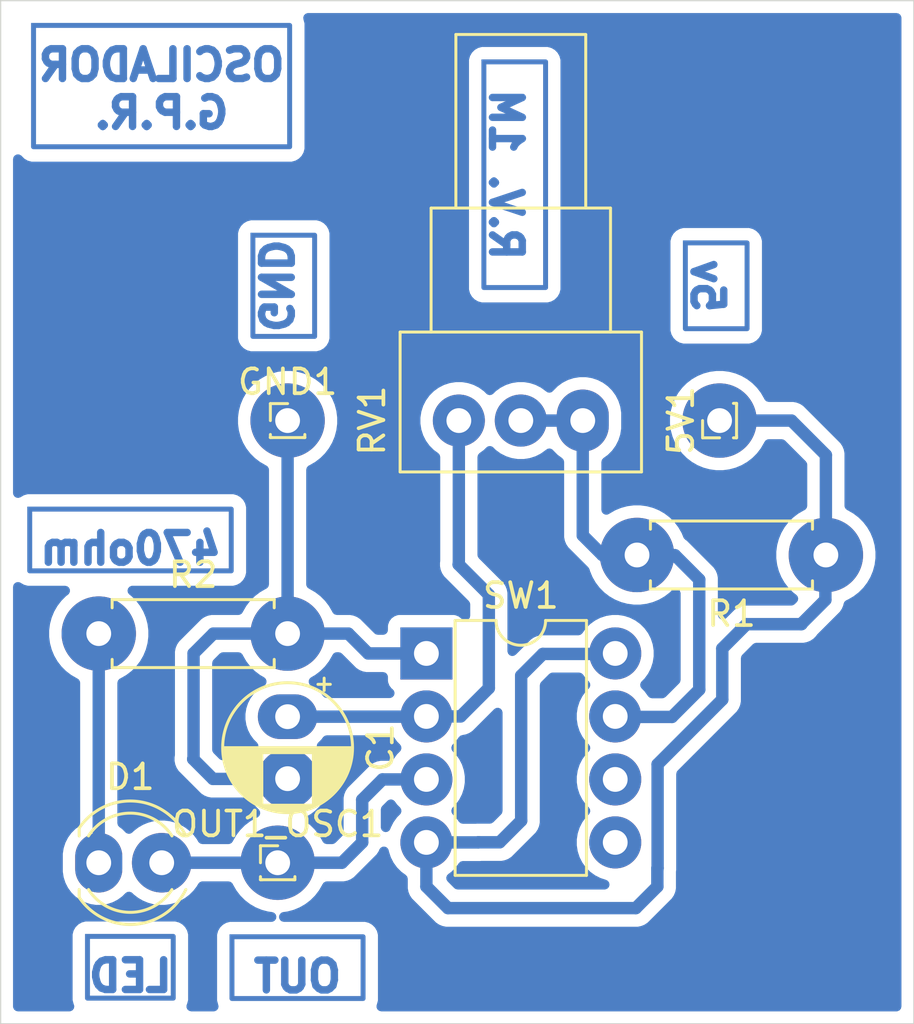
<source format=kicad_pcb>
(kicad_pcb (version 20241229) (generator "pcbnew") (generator_version "9.0")
  (layers (0 "F.Cu" signal) (2 "B.Cu" signal) (13 "F.Paste" user) (15 "B.Paste" user) (5 "F.SilkS" user "F.Silkscreen") (7 "B.SilkS" user "B.Silkscreen") (1 "F.Mask" user) (3 "B.Mask" user) (25 "Edge.Cuts" user))
  (net 0 "")
  (net 1 "Net-(5V1-Pin_1)")
  (net 2 "Net-(GND1-Pin_1)")
  (net 3 "Net-(D1-K)")
  (net 4 "Net-(D1-A)")
  (net 5 "Net-(C1-Pad1)")
  (net 6 "Net-(R1-Pad2)")
  (footprint "Resistor_THT:R_Axial_DIN0207_L6.3mm_D2.5mm_P7.62mm_Horizontal" (layer "F.Cu") (at 125.58 55.625 180)
    (property "Reference" "R1" (at 3.81 -2.37 180) (layer "F.SilkS"))
    (property "Value" "2.7k OHM")
    (fp_line (start 7.08 1.37) (end 7.08 1.04) (stroke (width 0.12)) (layer "F.SilkS"))
    (fp_line (start 7.08 -1.37) (end 7.08 -1.04) (stroke (width 0.12)) (layer "F.SilkS"))
    (fp_line (start 0.54 1.37) (end 7.08 1.37) (stroke (width 0.12)) (layer "F.SilkS"))
    (fp_line (start 0.54 1.04) (end 0.54 1.37) (stroke (width 0.12)) (layer "F.SilkS"))
    (fp_line (start 0.54 -1.04) (end 0.54 -1.37) (stroke (width 0.12)) (layer "F.SilkS"))
    (fp_line (start 0.54 -1.37) (end 7.08 -1.37) (stroke (width 0.12)) (layer "F.SilkS"))
    (pad "1" thru_hole circle (at 0 0 180) (size 3 3) (drill 1) (layers "*.Cu" "*.Mask") (net 1 "Net-(5V1-Pin_1)"))
    (pad "2" thru_hole circle (at 7.62 0 180) (size 3 3) (drill 1) (layers "*.Cu" "*.Mask") (net 6 "Net-(R1-Pad2)"))
  )
  (footprint "Potentiometer_THT:Potentiometer_Alps_RK09Y11_Single_Horizontal" (layer "F.Cu") (at 115.77 50.205 -90)
    (property "Reference" "RV1" (at 0 8.5 90) (layer "F.SilkS"))
    (property "Value" "1M OHM")
    (fp_line (start -3.57 7.37) (end -3.57 -2.37) (stroke (width 0.12)) (layer "F.SilkS"))
    (fp_line (start 2.071 7.37) (end -3.57 7.37) (stroke (width 0.12)) (layer "F.SilkS"))
    (fp_line (start 2.071 7.37) (end 2.071 -2.37) (stroke (width 0.12)) (layer "F.SilkS"))
    (fp_line (start -8.57 6.12) (end -8.57 -1.12) (stroke (width 0.12)) (layer "F.SilkS"))
    (fp_line (start -3.57 6.12) (end -8.57 6.12) (stroke (width 0.12)) (layer "F.SilkS"))
    (fp_line (start -15.57 5.12) (end -15.57 -0.12) (stroke (width 0.12)) (layer "F.SilkS"))
    (fp_line (start -8.57 5.12) (end -15.57 5.12) (stroke (width 0.12)) (layer "F.SilkS"))
    (fp_line (start -8.57 -0.12) (end -15.57 -0.12) (stroke (width 0.12)) (layer "F.SilkS"))
    (fp_line (start -3.57 -1.12) (end -8.57 -1.12) (stroke (width 0.12)) (layer "F.SilkS"))
    (fp_line (start 2.071 -2.37) (end -3.57 -2.37) (stroke (width 0.12)) (layer "F.SilkS"))
    (pad "1" thru_hole oval (at 0 0 90) (size 2.5 2.1) (drill 1) (layers "*.Cu" "*.Mask") (net 6 "Net-(R1-Pad2)"))
    (pad "2" thru_hole circle (at 0 2.5 90) (size 2.1 2.1) (drill 1) (layers "*.Cu" "*.Mask") (net 6 "Net-(R1-Pad2)"))
    (pad "3" thru_hole circle (at 0 5 90) (size 2.1 2.1) (drill 1) (layers "*.Cu" "*.Mask") (net 5 "Net-(C1-Pad1)"))
  )
  (footprint "Resistor_THT:R_Axial_DIN0207_L6.3mm_D2.5mm_P7.62mm_Horizontal" (layer "F.Cu") (at 96.24 58.795)
    (property "Reference" "R2" (at 3.81 -2.37 0) (layer "F.SilkS"))
    (property "Value" "470 OHM")
    (fp_line (start 0.54 -1.37) (end 7.08 -1.37) (stroke (width 0.12)) (layer "F.SilkS"))
    (fp_line (start 0.54 -1.04) (end 0.54 -1.37) (stroke (width 0.12)) (layer "F.SilkS"))
    (fp_line (start 0.54 1.04) (end 0.54 1.37) (stroke (width 0.12)) (layer "F.SilkS"))
    (fp_line (start 0.54 1.37) (end 7.08 1.37) (stroke (width 0.12)) (layer "F.SilkS"))
    (fp_line (start 7.08 -1.37) (end 7.08 -1.04) (stroke (width 0.12)) (layer "F.SilkS"))
    (fp_line (start 7.08 1.37) (end 7.08 1.04) (stroke (width 0.12)) (layer "F.SilkS"))
    (pad "1" thru_hole circle (at 0 0) (size 3 3) (drill 1) (layers "*.Cu" "*.Mask") (net 3 "Net-(D1-K)"))
    (pad "2" thru_hole circle (at 7.62 0) (size 3 3) (drill 1) (layers "*.Cu" "*.Mask") (net 2 "Net-(GND1-Pin_1)"))
  )
  (footprint "LED_THT:LED_D4.0mm" (layer "F.Cu") (at 96.24 68.035)
    (property "Reference" "D1" (at 1.27 -3.46 0) (layer "F.SilkS"))
    (property "Value" "LED")
    (fp_line (start -0.79 -1.399) (end -0.79 -1.08) (stroke (width 0.12)) (layer "F.SilkS"))
    (fp_line (start -0.79 1.08) (end -0.79 1.399) (stroke (width 0.12)) (layer "F.SilkS"))
    (fp_arc (start -0.79 -1.398749) (mid 1.453519 -2.483228) (end 3.513242 -1.080724) (stroke (width 0.12)) (layer "F.SilkS"))
    (fp_arc (start -0.41333 -1.08) (mid 1.269429 -2) (end 2.952713 -1.080961) (stroke (width 0.12)) (layer "F.SilkS"))
    (fp_arc (start 2.952713 1.080961) (mid 1.269429 2) (end -0.41333 1.08) (stroke (width 0.12)) (layer "F.SilkS"))
    (fp_arc (start 3.513242 1.080724) (mid 1.453519 2.483228) (end -0.79 1.398749) (stroke (width 0.12)) (layer "F.SilkS"))
    (pad "1" thru_hole oval (at 0 0) (size 1.9 2.4) (drill 1) (layers "*.Cu" "*.Mask") (net 3 "Net-(D1-K)"))
    (pad "2" thru_hole circle (at 2.54 0) (size 2.4 2.4) (drill 1) (layers "*.Cu" "*.Mask") (net 4 "Net-(D1-A)"))
  )
  (footprint "Capacitor_THT:CP_Radial_D5.0mm_P2.50mm" (layer "F.Cu") (at 103.86 62.145 -90)
    (property "Reference" "C1" (at 1.25 -3.75 90) (layer "F.SilkS"))
    (property "Value" "0.47uF")
    (fp_line (start 1.49 1.04) (end 1.49 2.569) (stroke (width 0.12)) (layer "F.SilkS"))
    (fp_line (start 1.53 1.04) (end 1.53 2.565) (stroke (width 0.12)) (layer "F.SilkS"))
    (fp_line (start 1.57 1.04) (end 1.57 2.561) (stroke (width 0.12)) (layer "F.SilkS"))
    (fp_line (start 1.61 1.04) (end 1.61 2.556) (stroke (width 0.12)) (layer "F.SilkS"))
    (fp_line (start 1.65 1.04) (end 1.65 2.55) (stroke (width 0.12)) (layer "F.SilkS"))
    (fp_line (start 1.69 1.04) (end 1.69 2.543) (stroke (width 0.12)) (layer "F.SilkS"))
    (fp_line (start 1.73 1.04) (end 1.73 2.536) (stroke (width 0.12)) (layer "F.SilkS"))
    (fp_line (start 1.77 1.04) (end 1.77 2.528) (stroke (width 0.12)) (layer "F.SilkS"))
    (fp_line (start 1.81 1.04) (end 1.81 2.52) (stroke (width 0.12)) (layer "F.SilkS"))
    (fp_line (start 1.85 1.04) (end 1.85 2.511) (stroke (width 0.12)) (layer "F.SilkS"))
    (fp_line (start 1.89 1.04) (end 1.89 2.501) (stroke (width 0.12)) (layer "F.SilkS"))
    (fp_line (start 1.93 1.04) (end 1.93 2.491) (stroke (width 0.12)) (layer "F.SilkS"))
    (fp_line (start 1.971 1.04) (end 1.971 2.48) (stroke (width 0.12)) (layer "F.SilkS"))
    (fp_line (start 2.011 1.04) (end 2.011 2.468) (stroke (width 0.12)) (layer "F.SilkS"))
    (fp_line (start 2.051 1.04) (end 2.051 2.455) (stroke (width 0.12)) (layer "F.SilkS"))
    (fp_line (start 2.091 1.04) (end 2.091 2.442) (stroke (width 0.12)) (layer "F.SilkS"))
    (fp_line (start 2.131 1.04) (end 2.131 2.428) (stroke (width 0.12)) (layer "F.SilkS"))
    (fp_line (start 2.171 1.04) (end 2.171 2.414) (stroke (width 0.12)) (layer "F.SilkS"))
    (fp_line (start 2.211 1.04) (end 2.211 2.398) (stroke (width 0.12)) (layer "F.SilkS"))
    (fp_line (start 2.251 1.04) (end 2.251 2.382) (stroke (width 0.12)) (layer "F.SilkS"))
    (fp_line (start 2.291 1.04) (end 2.291 2.365) (stroke (width 0.12)) (layer "F.SilkS"))
    (fp_line (start 2.331 1.04) (end 2.331 2.348) (stroke (width 0.12)) (layer "F.SilkS"))
    (fp_line (start 2.371 1.04) (end 2.371 2.329) (stroke (width 0.12)) (layer "F.SilkS"))
    (fp_line (start 2.411 1.04) (end 2.411 2.31) (stroke (width 0.12)) (layer "F.SilkS"))
    (fp_line (start 2.451 1.04) (end 2.451 2.29) (stroke (width 0.12)) (layer "F.SilkS"))
    (fp_line (start 2.491 1.04) (end 2.491 2.268) (stroke (width 0.12)) (layer "F.SilkS"))
    (fp_line (start 2.531 1.04) (end 2.531 2.247) (stroke (width 0.12)) (layer "F.SilkS"))
    (fp_line (start 2.571 1.04) (end 2.571 2.224) (stroke (width 0.12)) (layer "F.SilkS"))
    (fp_line (start 2.611 1.04) (end 2.611 2.2) (stroke (width 0.12)) (layer "F.SilkS"))
    (fp_line (start 2.651 1.04) (end 2.651 2.175) (stroke (width 0.12)) (layer "F.SilkS"))
    (fp_line (start 2.691 1.04) (end 2.691 2.149) (stroke (width 0.12)) (layer "F.SilkS"))
    (fp_line (start 2.731 1.04) (end 2.731 2.122) (stroke (width 0.12)) (layer "F.SilkS"))
    (fp_line (start 2.771 1.04) (end 2.771 2.095) (stroke (width 0.12)) (layer "F.SilkS"))
    (fp_line (start 2.811 1.04) (end 2.811 2.065) (stroke (width 0.12)) (layer "F.SilkS"))
    (fp_line (start 2.851 1.04) (end 2.851 2.035) (stroke (width 0.12)) (layer "F.SilkS"))
    (fp_line (start 2.891 1.04) (end 2.891 2.004) (stroke (width 0.12)) (layer "F.SilkS"))
    (fp_line (start 2.931 1.04) (end 2.931 1.971) (stroke (width 0.12)) (layer "F.SilkS"))
    (fp_line (start 2.971 1.04) (end 2.971 1.937) (stroke (width 0.12)) (layer "F.SilkS"))
    (fp_line (start 3.011 1.04) (end 3.011 1.901) (stroke (width 0.12)) (layer "F.SilkS"))
    (fp_line (start 3.051 1.04) (end 3.051 1.864) (stroke (width 0.12)) (layer "F.SilkS"))
    (fp_line (start 3.091 1.04) (end 3.091 1.826) (stroke (width 0.12)) (layer "F.SilkS"))
    (fp_line (start 3.131 1.04) (end 3.131 1.785) (stroke (width 0.12)) (layer "F.SilkS"))
    (fp_line (start 3.171 1.04) (end 3.171 1.743) (stroke (width 0.12)) (layer "F.SilkS"))
    (fp_line (start 3.211 1.04) (end 3.211 1.699) (stroke (width 0.12)) (layer "F.SilkS"))
    (fp_line (start 3.251 1.04) (end 3.251 1.653) (stroke (width 0.12)) (layer "F.SilkS"))
    (fp_line (start 3.291 1.04) (end 3.291 1.605) (stroke (width 0.12)) (layer "F.SilkS"))
    (fp_line (start 3.331 1.04) (end 3.331 1.554) (stroke (width 0.12)) (layer "F.SilkS"))
    (fp_line (start 3.371 1.04) (end 3.371 1.5) (stroke (width 0.12)) (layer "F.SilkS"))
    (fp_line (start 3.411 1.04) (end 3.411 1.443) (stroke (width 0.12)) (layer "F.SilkS"))
    (fp_line (start 3.451 1.04) (end 3.451 1.383) (stroke (width 0.12)) (layer "F.SilkS"))
    (fp_line (start 3.491 1.04) (end 3.491 1.319) (stroke (width 0.12)) (layer "F.SilkS"))
    (fp_line (start 3.531 1.04) (end 3.531 1.251) (stroke (width 0.12)) (layer "F.SilkS"))
    (fp_line (start 3.851 -0.284) (end 3.851 0.284) (stroke (width 0.12)) (layer "F.SilkS"))
    (fp_line (start 3.811 -0.518) (end 3.811 0.518) (stroke (width 0.12)) (layer "F.SilkS"))
    (fp_line (start 3.771 -0.677) (end 3.771 0.677) (stroke (width 0.12)) (layer "F.SilkS"))
    (fp_line (start 3.731 -0.805) (end 3.731 0.805) (stroke (width 0.12)) (layer "F.SilkS"))
    (fp_line (start 3.691 -0.915) (end 3.691 0.915) (stroke (width 0.12)) (layer "F.SilkS"))
    (fp_line (start 3.651 -1.011) (end 3.651 1.011) (stroke (width 0.12)) (layer "F.SilkS"))
    (fp_line (start 3.611 -1.098) (end 3.611 1.098) (stroke (width 0.12)) (layer "F.SilkS"))
    (fp_line (start 3.571 -1.178) (end 3.571 1.178) (stroke (width 0.12)) (layer "F.SilkS"))
    (fp_line (start 3.531 -1.251) (end 3.531 -1.04) (stroke (width 0.12)) (layer "F.SilkS"))
    (fp_line (start 3.491 -1.319) (end 3.491 -1.04) (stroke (width 0.12)) (layer "F.SilkS"))
    (fp_line (start 3.451 -1.383) (end 3.451 -1.04) (stroke (width 0.12)) (layer "F.SilkS"))
    (fp_line (start 3.411 -1.443) (end 3.411 -1.04) (stroke (width 0.12)) (layer "F.SilkS"))
    (fp_line (start -1.554775 -1.475) (end -1.054775 -1.475) (stroke (width 0.12)) (layer "F.SilkS"))
    (fp_line (start 3.371 -1.5) (end 3.371 -1.04) (stroke (width 0.12)) (layer "F.SilkS"))
    (fp_line (start 3.331 -1.554) (end 3.331 -1.04) (stroke (width 0.12)) (layer "F.SilkS"))
    (fp_line (start 3.291 -1.605) (end 3.291 -1.04) (stroke (width 0.12)) (layer "F.SilkS"))
    (fp_line (start 3.251 -1.653) (end 3.251 -1.04) (stroke (width 0.12)) (layer "F.SilkS"))
    (fp_line (start 3.211 -1.699) (end 3.211 -1.04) (stroke (width 0.12)) (layer "F.SilkS"))
    (fp_line (start -1.304775 -1.725) (end -1.304775 -1.225) (stroke (width 0.12)) (layer "F.SilkS"))
    (fp_line (start 3.171 -1.743) (end 3.171 -1.04) (stroke (width 0.12)) (layer "F.SilkS"))
    (fp_line (start 3.131 -1.785) (end 3.131 -1.04) (stroke (width 0.12)) (layer "F.SilkS"))
    (fp_line (start 3.091 -1.826) (end 3.091 -1.04) (stroke (width 0.12)) (layer "F.SilkS"))
    (fp_line (start 3.051 -1.864) (end 3.051 -1.04) (stroke (width 0.12)) (layer "F.SilkS"))
    (fp_line (start 3.011 -1.901) (end 3.011 -1.04) (stroke (width 0.12)) (layer "F.SilkS"))
    (fp_line (start 2.971 -1.937) (end 2.971 -1.04) (stroke (width 0.12)) (layer "F.SilkS"))
    (fp_line (start 2.931 -1.971) (end 2.931 -1.04) (stroke (width 0.12)) (layer "F.SilkS"))
    (fp_line (start 2.891 -2.004) (end 2.891 -1.04) (stroke (width 0.12)) (layer "F.SilkS"))
    (fp_line (start 2.851 -2.035) (end 2.851 -1.04) (stroke (width 0.12)) (layer "F.SilkS"))
    (fp_line (start 2.811 -2.065) (end 2.811 -1.04) (stroke (width 0.12)) (layer "F.SilkS"))
    (fp_line (start 2.771 -2.095) (end 2.771 -1.04) (stroke (width 0.12)) (layer "F.SilkS"))
    (fp_line (start 2.731 -2.122) (end 2.731 -1.04) (stroke (width 0.12)) (layer "F.SilkS"))
    (fp_line (start 2.691 -2.149) (end 2.691 -1.04) (stroke (width 0.12)) (layer "F.SilkS"))
    (fp_line (start 2.651 -2.175) (end 2.651 -1.04) (stroke (width 0.12)) (layer "F.SilkS"))
    (fp_line (start 2.611 -2.2) (end 2.611 -1.04) (stroke (width 0.12)) (layer "F.SilkS"))
    (fp_line (start 2.571 -2.224) (end 2.571 -1.04) (stroke (width 0.12)) (layer "F.SilkS"))
    (fp_line (start 2.531 -2.247) (end 2.531 -1.04) (stroke (width 0.12)) (layer "F.SilkS"))
    (fp_line (start 2.491 -2.268) (end 2.491 -1.04) (stroke (width 0.12)) (layer "F.SilkS"))
    (fp_line (start 2.451 -2.29) (end 2.451 -1.04) (stroke (width 0.12)) (layer "F.SilkS"))
    (fp_line (start 2.411 -2.31) (end 2.411 -1.04) (stroke (width 0.12)) (layer "F.SilkS"))
    (fp_line (start 2.371 -2.329) (end 2.371 -1.04) (stroke (width 0.12)) (layer "F.SilkS"))
    (fp_line (start 2.331 -2.348) (end 2.331 -1.04) (stroke (width 0.12)) (layer "F.SilkS"))
    (fp_line (start 2.291 -2.365) (end 2.291 -1.04) (stroke (width 0.12)) (layer "F.SilkS"))
    (fp_line (start 2.251 -2.382) (end 2.251 -1.04) (stroke (width 0.12)) (layer "F.SilkS"))
    (fp_line (start 2.211 -2.398) (end 2.211 -1.04) (stroke (width 0.12)) (layer "F.SilkS"))
    (fp_line (start 2.171 -2.414) (end 2.171 -1.04) (stroke (width 0.12)) (layer "F.SilkS"))
    (fp_line (start 2.131 -2.428) (end 2.131 -1.04) (stroke (width 0.12)) (layer "F.SilkS"))
    (fp_line (start 2.091 -2.442) (end 2.091 -1.04) (stroke (width 0.12)) (layer "F.SilkS"))
    (fp_line (start 2.051 -2.455) (end 2.051 -1.04) (stroke (width 0.12)) (layer "F.SilkS"))
    (fp_line (start 2.011 -2.468) (end 2.011 -1.04) (stroke (width 0.12)) (layer "F.SilkS"))
    (fp_line (start 1.971 -2.48) (end 1.971 -1.04) (stroke (width 0.12)) (layer "F.SilkS"))
    (fp_line (start 1.93 -2.491) (end 1.93 -1.04) (stroke (width 0.12)) (layer "F.SilkS"))
    (fp_line (start 1.89 -2.501) (end 1.89 -1.04) (stroke (width 0.12)) (layer "F.SilkS"))
    (fp_line (start 1.85 -2.511) (end 1.85 -1.04) (stroke (width 0.12)) (layer "F.SilkS"))
    (fp_line (start 1.81 -2.52) (end 1.81 -1.04) (stroke (width 0.12)) (layer "F.SilkS"))
    (fp_line (start 1.77 -2.528) (end 1.77 -1.04) (stroke (width 0.12)) (layer "F.SilkS"))
    (fp_line (start 1.73 -2.536) (end 1.73 -1.04) (stroke (width 0.12)) (layer "F.SilkS"))
    (fp_line (start 1.69 -2.543) (end 1.69 -1.04) (stroke (width 0.12)) (layer "F.SilkS"))
    (fp_line (start 1.65 -2.55) (end 1.65 -1.04) (stroke (width 0.12)) (layer "F.SilkS"))
    (fp_line (start 1.61 -2.556) (end 1.61 -1.04) (stroke (width 0.12)) (layer "F.SilkS"))
    (fp_line (start 1.57 -2.561) (end 1.57 -1.04) (stroke (width 0.12)) (layer "F.SilkS"))
    (fp_line (start 1.53 -2.565) (end 1.53 -1.04) (stroke (width 0.12)) (layer "F.SilkS"))
    (fp_line (start 1.49 -2.569) (end 1.49 -1.04) (stroke (width 0.12)) (layer "F.SilkS"))
    (fp_line (start 1.45 -2.573) (end 1.45 2.573) (stroke (width 0.12)) (layer "F.SilkS"))
    (fp_line (start 1.41 -2.576) (end 1.41 2.576) (stroke (width 0.12)) (layer "F.SilkS"))
    (fp_line (start 1.37 -2.578) (end 1.37 2.578) (stroke (width 0.12)) (layer "F.SilkS"))
    (fp_line (start 1.33 -2.579) (end 1.33 2.579) (stroke (width 0.12)) (layer "F.SilkS"))
    (fp_line (start 1.25 -2.58) (end 1.25 2.58) (stroke (width 0.12)) (layer "F.SilkS"))
    (fp_line (start 1.29 -2.58) (end 1.29 2.58) (stroke (width 0.12)) (layer "F.SilkS"))
    (fp_circle (center 1.25 0) (end 3.87 0) (stroke (width 0.12)) (fill no) (layer "F.SilkS"))
    (pad "1" thru_hole oval (at 0 0 270) (size 1.8 2.4) (drill 1) (layers "*.Cu" "*.Mask") (net 5 "Net-(C1-Pad1)"))
    (pad "2" thru_hole circle (at 2.5 0 270) (size 2.4 2.4) (drill 1) (layers "*.Cu" "*.Mask") (net 2 "Net-(GND1-Pin_1)"))
  )
  (footprint "Connector_PinHeader_1.00mm:PinHeader_1x01_P1.00mm_Vertical" (layer "F.Cu") (at 121.29 50.205 90)
    (property "Reference" "5V1" (at 0 -1.56 270) (layer "F.SilkS"))
    (property "Value" "~")
    (fp_line (start -0.695 -0.685) (end 0 -0.685) (stroke (width 0.12)) (layer "F.SilkS"))
    (fp_line (start -0.695 0) (end -0.695 -0.685) (stroke (width 0.12)) (layer "F.SilkS"))
    (fp_line (start 0.695 0.685) (end 0.695 0.56) (stroke (width 0.12)) (layer "F.SilkS"))
    (fp_line (start 0.608276 0.685) (end 0.695 0.685) (stroke (width 0.12)) (layer "F.SilkS"))
    (fp_line (start -0.695 0.685) (end -0.695 0.56) (stroke (width 0.12)) (layer "F.SilkS"))
    (fp_line (start -0.695 0.685) (end 0.695 0.685) (stroke (width 0.12)) (layer "F.SilkS"))
    (fp_line (start -0.695 0.685) (end -0.608276 0.685) (stroke (width 0.12)) (layer "F.SilkS"))
    (pad "1" thru_hole circle (at 0 0 90) (size 3 3) (drill 1) (layers "*.Cu" "*.Mask") (net 1 "Net-(5V1-Pin_1)"))
  )
  (footprint "Package_DIP:DIP-8_W7.62mm" (layer "F.Cu") (at 109.46 59.595)
    (property "Reference" "SW1" (at 3.81 -2.33 0) (layer "F.SilkS"))
    (property "Value" "SW_DIP_x04")
    (fp_line (start 1.16 -1.33) (end 1.16 8.95) (stroke (width 0.12)) (layer "F.SilkS"))
    (fp_line (start 1.16 8.95) (end 6.46 8.95) (stroke (width 0.12)) (layer "F.SilkS"))
    (fp_line (start 2.81 -1.33) (end 1.16 -1.33) (stroke (width 0.12)) (layer "F.SilkS"))
    (fp_line (start 6.46 -1.33) (end 4.81 -1.33) (stroke (width 0.12)) (layer "F.SilkS"))
    (fp_line (start 6.46 8.95) (end 6.46 -1.33) (stroke (width 0.12)) (layer "F.SilkS"))
    (fp_arc (start 4.81 -1.33) (mid 3.81 -0.33) (end 2.81 -1.33) (stroke (width 0.12)) (layer "F.SilkS"))
    (pad "1" thru_hole rect (at 0 0) (size 2.1 2.1) (drill 1) (layers "*.Cu" "*.Mask") (net 2 "Net-(GND1-Pin_1)"))
    (pad "2" thru_hole circle (at 0 2.54) (size 2.1 2.1) (drill 1) (layers "*.Cu" "*.Mask") (net 5 "Net-(C1-Pad1)"))
    (pad "3" thru_hole circle (at 0 5.08) (size 2.1 2.1) (drill 1) (layers "*.Cu" "*.Mask") (net 4 "Net-(D1-A)"))
    (pad "4" thru_hole circle (at 0 7.62) (size 2.1 2.1) (drill 1) (layers "*.Cu" "*.Mask") (net 1 "Net-(5V1-Pin_1)"))
    (pad "5" thru_hole circle (at 7.62 7.62) (size 2.1 2.1) (drill 1) (layers "*.Cu" "*.Mask"))
    (pad "6" thru_hole circle (at 7.62 5.08) (size 2.1 2.1) (drill 1) (layers "*.Cu" "*.Mask"))
    (pad "7" thru_hole circle (at 7.62 2.54) (size 2.1 2.1) (drill 1) (layers "*.Cu" "*.Mask") (net 6 "Net-(R1-Pad2)"))
    (pad "8" thru_hole circle (at 7.62 0) (size 2.1 2.1) (drill 1) (layers "*.Cu" "*.Mask") (net 1 "Net-(5V1-Pin_1)"))
  )
  (footprint "Connector_PinHeader_1.00mm:PinHeader_1x01_P1.00mm_Vertical" (layer "F.Cu") (at 103.86 50.205)
    (property "Reference" "GND1" (at 0 -1.56 0) (layer "F.SilkS"))
    (property "Value" "~")
    (fp_line (start -0.695 -0.685) (end 0 -0.685) (stroke (width 0.12)) (layer "F.SilkS"))
    (fp_line (start -0.695 0) (end -0.695 -0.685) (stroke (width 0.12)) (layer "F.SilkS"))
    (fp_line (start -0.695 0.685) (end -0.695 0.56) (stroke (width 0.12)) (layer "F.SilkS"))
    (fp_line (start -0.695 0.685) (end -0.608276 0.685) (stroke (width 0.12)) (layer "F.SilkS"))
    (fp_line (start -0.695 0.685) (end 0.695 0.685) (stroke (width 0.12)) (layer "F.SilkS"))
    (fp_line (start 0.608276 0.685) (end 0.695 0.685) (stroke (width 0.12)) (layer "F.SilkS"))
    (fp_line (start 0.695 0.685) (end 0.695 0.56) (stroke (width 0.12)) (layer "F.SilkS"))
    (pad "1" thru_hole circle (at 0 0) (size 3 3) (drill 1) (layers "*.Cu" "*.Mask") (net 2 "Net-(GND1-Pin_1)"))
  )
  (footprint "Connector_PinHeader_1.00mm:PinHeader_1x01_P1.00mm_Vertical" (layer "F.Cu") (at 103.46 68.035)
    (property "Reference" "OUT1_OSC1" (at 0 -1.56 0) (layer "F.SilkS"))
    (property "Value" "~")
    (fp_line (start -0.695 -0.685) (end 0 -0.685) (stroke (width 0.12)) (layer "F.SilkS"))
    (fp_line (start -0.695 0) (end -0.695 -0.685) (stroke (width 0.12)) (layer "F.SilkS"))
    (fp_line (start -0.695 0.685) (end -0.695 0.56) (stroke (width 0.12)) (layer "F.SilkS"))
    (fp_line (start -0.695 0.685) (end -0.608276 0.685) (stroke (width 0.12)) (layer "F.SilkS"))
    (fp_line (start -0.695 0.685) (end 0.695 0.685) (stroke (width 0.12)) (layer "F.SilkS"))
    (fp_line (start 0.608276 0.685) (end 0.695 0.685) (stroke (width 0.12)) (layer "F.SilkS"))
    (fp_line (start 0.695 0.685) (end 0.695 0.56) (stroke (width 0.12)) (layer "F.SilkS"))
    (pad "1" thru_hole circle (at 0 0) (size 3 3) (drill 1) (layers "*.Cu" "*.Mask") (net 4 "Net-(D1-A)"))
  )
  (gr_line (start 129.13 74.53) (end 92.28 74.53) (stroke (width 0.05)) (layer "Edge.Cuts"))
  (gr_line (start 129.13 33.27) (end 129.13 74.53) (stroke (width 0.05)) (layer "Edge.Cuts"))
  (gr_line (start 92.28 74.53) (end 92.28 33.27) (stroke (width 0.05)) (layer "Edge.Cuts"))
  (gr_line (start 92.28 33.27) (end 129.13 33.27) (stroke (width 0.05)) (layer "Edge.Cuts"))
  (gr_text_box "470ohm" (start 93.455 53.775) (end 101.585 56.265) (margins 1 1 1 1) (layer "B.Cu") (effects (font (size 1.2 1.2) (thickness 0.3) (bold yes)) (justify top mirror)) (border yes) (stroke (width 0.2)))
  (gr_text_box "OUT" (start 101.615 71.02) (end 106.905 73.51) (margins 1 1 1 1) (layer "B.Cu") (effects (font (size 1.2 1.2) (thickness 0.3) (bold yes)) (justify top mirror)) (border yes) (stroke (width 0.2)))
  (gr_text_box "5v" (start 119.91 43.04) (end 122.4 46.5) (margins 1 1 1 1) (angle 270) (layer "B.Cu") (effects (font (size 1.2 1.2) (thickness 0.3) (bold yes)) (justify top mirror)) (border yes) (stroke (width 0.2)))
  (gr_text_box "OSCILADOR\nG.P.R." (start 93.608168 34.27) (end 103.941831 39.163663) (margins 1 1 1 1) (layer "B.Cu") (effects (font (size 1.2 1.2) (thickness 0.3) (bold yes)) (justify top mirror)) (border yes) (stroke (width 0.2)))
  (gr_text_box "LED" (start 95.785 71.005) (end 99.245 73.495) (margins 1 1 1 1) (layer "B.Cu") (effects (font (size 1.2 1.2) (thickness 0.3) (bold yes)) (justify top mirror)) (border yes) (stroke (width 0.2)))
  (gr_text_box "GND" (start 102.46 42.73) (end 104.95 46.81) (margins 1 1 1 1) (angle 270) (layer "B.Cu") (effects (font (size 1.2 1.2) (thickness 0.3) (bold yes)) (justify top mirror)) (border yes) (stroke (width 0.2)))
  (gr_text_box "R.V. 1M" (start 111.78 35.74) (end 114.27 44.84) (margins 1 1 1 1) (angle 270) (layer "B.Cu") (effects (font (size 1.2 1.2) (thickness 0.3) (bold yes)) (justify top mirror)) (border yes) (stroke (width 0.2)))
  (segment (start 113.285 66.34) (end 113.285 60.49) (width 0.5) (layer "B.Cu") (net 1))
  (segment (start 124.58 58.415) (end 125.56 57.435) (width 0.5) (layer "B.Cu") (net 1))
  (segment (start 114.16 59.615) (end 116.95 59.615) (width 0.5) (layer "B.Cu") (net 1))
  (segment (start 125.56 57.435) (end 125.56 55.215) (width 0.5) (layer "B.Cu") (net 1))
  (segment (start 121.4 59.395) (end 122.38 58.415) (width 0.5) (layer "B.Cu") (net 1))
  (segment (start 109.46 68.995) (end 110.33 69.865) (width 0.5) (layer "B.Cu") (net 1))
  (segment (start 111.56 67.215) (end 111.565 67.21) (width 0.5) (layer "B.Cu") (net 1))
  (segment (start 118.79 64.065) (end 121.4 61.455) (width 0.5) (layer "B.Cu") (net 1))
  (segment (start 112.415 67.21) (end 113.285 66.34) (width 0.5) (layer "B.Cu") (net 1))
  (segment (start 117.91 69.865) (end 110.33 69.865) (width 0.5) (layer "B.Cu") (net 1))
  (segment (start 109.46 67.215) (end 111.56 67.215) (width 0.5) (layer "B.Cu") (net 1))
  (segment (start 121.29 50.205) (end 124.19 50.205) (width 0.5) (layer "B.Cu") (net 1))
  (segment (start 122.38 58.415) (end 124.6 58.415) (width 0.5) (layer "B.Cu") (net 1))
  (segment (start 118.79 68.255) (end 118.79 64.065) (width 0.5) (layer "B.Cu") (net 1))
  (segment (start 118.78 68.265) (end 118.79 68.255) (width 0.5) (layer "B.Cu") (net 1))
  (segment (start 124.19 50.205) (end 125.58 51.595) (width 0.5) (layer "B.Cu") (net 1))
  (segment (start 111.565 67.21) (end 112.415 67.21) (width 0.5) (layer "B.Cu") (net 1))
  (segment (start 109.46 67.215) (end 109.46 68.995) (width 0.5) (layer "B.Cu") (net 1))
  (segment (start 113.285 60.49) (end 114.16 59.615) (width 0.5) (layer "B.Cu") (net 1))
  (segment (start 125.58 51.595) (end 125.58 55.625) (width 0.5) (layer "B.Cu") (net 1))
  (segment (start 118.78 68.995) (end 118.78 68.265) (width 0.5) (layer "B.Cu") (net 1))
  (segment (start 117.91 69.865) (end 118.78 68.995) (width 0.5) (layer "B.Cu") (net 1))
  (segment (start 121.4 61.455) (end 121.4 59.395) (width 0.5) (layer "B.Cu") (net 1))
  (segment (start 117.11 59.625) (end 117.08 59.595) (width 0.5) (layer "B.Cu") (net 1))
  (segment (start 109.46 59.595) (end 107.11 59.595) (width 0.5) (layer "B.Cu") (net 2))
  (segment (start 100.065 63.84) (end 100.065 59.595) (width 0.5) (layer "B.Cu") (net 2))
  (segment (start 107.11 59.595) (end 106.31 58.795) (width 0.5) (layer "B.Cu") (net 2))
  (segment (start 106.31 58.795) (end 103.86 58.795) (width 0.5) (layer "B.Cu") (net 2))
  (segment (start 103.86 50.205) (end 103.86 58.795) (width 0.5) (layer "B.Cu") (net 2))
  (segment (start 100.865 58.795) (end 103.835 58.795) (width 0.5) (layer "B.Cu") (net 2))
  (segment (start 100.05 63.855) (end 100.065 63.84) (width 0.5) (layer "B.Cu") (net 2))
  (segment (start 100.065 59.595) (end 100.865 58.795) (width 0.5) (layer "B.Cu") (net 2))
  (segment (start 100.85 64.655) (end 103.82 64.655) (width 0.5) (layer "B.Cu") (net 2))
  (segment (start 100.05 63.855) (end 100.85 64.655) (width 0.5) (layer "B.Cu") (net 2))
  (segment (start 96.24 58.795) (end 96.24 68.035) (width 0.5) (layer "B.Cu") (net 3))
  (segment (start 103.46 68.035) (end 106.05 68.035) (width 0.5) (layer "B.Cu") (net 4))
  (segment (start 107.69 64.675) (end 109.46 64.675) (width 0.5) (layer "B.Cu") (net 4))
  (segment (start 98.78 68.035) (end 103.46 68.035) (width 0.5) (layer "B.Cu") (net 4))
  (segment (start 106.05 68.035) (end 106.87 67.215) (width 0.5) (layer "B.Cu") (net 4))
  (segment (start 106.87 67.215) (end 106.87 65.495) (width 0.5) (layer "B.Cu") (net 4))
  (segment (start 106.87 65.495) (end 107.69 64.675) (width 0.5) (layer "B.Cu") (net 4))
  (segment (start 110.77 55.995) (end 110.76 56.005) (width 0.5) (layer "B.Cu") (net 5))
  (segment (start 109.45 62.145) (end 109.46 62.135) (width 0.5) (layer "B.Cu") (net 5))
  (segment (start 111.98 60.995) (end 110.84 62.135) (width 0.5) (layer "B.Cu") (net 5))
  (segment (start 103.86 62.145) (end 109.45 62.145) (width 0.5) (layer "B.Cu") (net 5))
  (segment (start 110.76 56.005) (end 111.98 57.225) (width 0.5) (layer "B.Cu") (net 5))
  (segment (start 110.84 62.135) (end 109.46 62.135) (width 0.5) (layer "B.Cu") (net 5))
  (segment (start 111.98 57.225) (end 111.98 60.995) (width 0.5) (layer "B.Cu") (net 5))
  (segment (start 103.87 62.135) (end 103.86 62.145) (width 0.5) (layer "B.Cu") (net 5))
  (segment (start 110.77 50.205) (end 110.77 55.995) (width 0.5) (layer "B.Cu") (net 5))
  (segment (start 119.37 62.155) (end 120.47 61.055) (width 0.5) (layer "B.Cu") (net 6))
  (segment (start 117.15 62.155) (end 119.37 62.155) (width 0.5) (layer "B.Cu") (net 6))
  (segment (start 117.96 55.625) (end 116.56 55.625) (width 0.5) (layer "B.Cu") (net 6))
  (segment (start 120.47 56.615) (end 119.49 55.635) (width 0.5) (layer "B.Cu") (net 6))
  (segment (start 116.56 55.625) (end 115.77 54.835) (width 0.5) (layer "B.Cu") (net 6))
  (segment (start 119.49 55.635) (end 117.27 55.635) (width 0.5) (layer "B.Cu") (net 6))
  (segment (start 113.27 50.205) (end 115.77 50.205) (width 0.5) (layer "B.Cu") (net 6))
  (segment (start 120.47 61.055) (end 120.47 56.615) (width 0.5) (layer "B.Cu") (net 6))
  (segment (start 115.77 54.835) (end 115.77 50.205) (width 0.5) (layer "B.Cu") (net 6))
  (zone (net 0) (net_name "") (layer "B.Cu") (connect_pads (clearance 0.5)) (min_thickness 0.4) (fill yes (thermal_gap 0.5) (thermal_bridge_width 0.5) (island_removal_mode 1) (island_area_min 10))
    (polygon (pts (xy 129.13 74.52) (xy 129.13 33.27) (xy 92.28 33.27) (xy 92.28 74.52)))
  )
)
</source>
